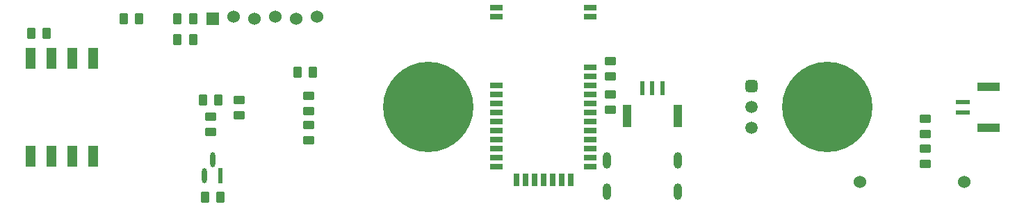
<source format=gbr>
%TF.GenerationSoftware,Altium Limited,Altium Designer,22.7.1 (60)*%
G04 Layer_Color=255*
%FSLAX43Y43*%
%MOMM*%
%TF.SameCoordinates,9191ECB2-230E-4BD1-81F0-C314D0E832B5*%
%TF.FilePolarity,Positive*%
%TF.FileFunction,Pads,Bot*%
%TF.Part,Single*%
G01*
G75*
%TA.AperFunction,SMDPad,CuDef*%
G04:AMPARAMS|DCode=10|XSize=1mm|YSize=1.42mm|CornerRadius=0.125mm|HoleSize=0mm|Usage=FLASHONLY|Rotation=180.000|XOffset=0mm|YOffset=0mm|HoleType=Round|Shape=RoundedRectangle|*
%AMROUNDEDRECTD10*
21,1,1.000,1.170,0,0,180.0*
21,1,0.750,1.420,0,0,180.0*
1,1,0.250,-0.375,0.585*
1,1,0.250,0.375,0.585*
1,1,0.250,0.375,-0.585*
1,1,0.250,-0.375,-0.585*
%
%ADD10ROUNDEDRECTD10*%
G04:AMPARAMS|DCode=17|XSize=1mm|YSize=1.42mm|CornerRadius=0.125mm|HoleSize=0mm|Usage=FLASHONLY|Rotation=270.000|XOffset=0mm|YOffset=0mm|HoleType=Round|Shape=RoundedRectangle|*
%AMROUNDEDRECTD17*
21,1,1.000,1.170,0,0,270.0*
21,1,0.750,1.420,0,0,270.0*
1,1,0.250,-0.585,-0.375*
1,1,0.250,-0.585,0.375*
1,1,0.250,0.585,0.375*
1,1,0.250,0.585,-0.375*
%
%ADD17ROUNDEDRECTD17*%
%ADD21R,0.600X1.700*%
%ADD22R,1.000X2.800*%
%TA.AperFunction,ComponentPad*%
%ADD34C,1.524*%
%ADD35O,1.000X2.000*%
%ADD36R,1.524X1.524*%
%ADD37C,1.500*%
G04:AMPARAMS|DCode=38|XSize=1.5mm|YSize=1.5mm|CornerRadius=0.375mm|HoleSize=0mm|Usage=FLASHONLY|Rotation=270.000|XOffset=0mm|YOffset=0mm|HoleType=Round|Shape=RoundedRectangle|*
%AMROUNDEDRECTD38*
21,1,1.500,0.750,0,0,270.0*
21,1,0.750,1.500,0,0,270.0*
1,1,0.750,-0.375,-0.375*
1,1,0.750,-0.375,0.375*
1,1,0.750,0.375,0.375*
1,1,0.750,0.375,-0.375*
%
%ADD38ROUNDEDRECTD38*%
%TA.AperFunction,ViaPad*%
%ADD39C,11.000*%
%TA.AperFunction,SMDPad,CuDef*%
%ADD42R,1.143X2.500*%
%ADD43R,2.700X1.000*%
%ADD44R,1.700X0.600*%
G04:AMPARAMS|DCode=45|XSize=1.824mm|YSize=0.618mm|CornerRadius=0.309mm|HoleSize=0mm|Usage=FLASHONLY|Rotation=90.000|XOffset=0mm|YOffset=0mm|HoleType=Round|Shape=RoundedRectangle|*
%AMROUNDEDRECTD45*
21,1,1.824,0.000,0,0,90.0*
21,1,1.206,0.618,0,0,90.0*
1,1,0.618,0.000,0.603*
1,1,0.618,0.000,-0.603*
1,1,0.618,0.000,-0.603*
1,1,0.618,0.000,0.603*
%
%ADD45ROUNDEDRECTD45*%
%ADD46R,0.618X1.824*%
%ADD47R,1.500X0.700*%
%ADD48R,0.700X1.500*%
D10*
X35900Y19228D02*
D03*
X34030D02*
D03*
X22780Y4000D02*
D03*
X24650D02*
D03*
X12905Y25787D02*
D03*
X14775D02*
D03*
X21325D02*
D03*
X19455D02*
D03*
Y23250D02*
D03*
X21325D02*
D03*
X22555Y15885D02*
D03*
X24425D02*
D03*
X1600Y24050D02*
D03*
X3470D02*
D03*
D17*
X110500Y13635D02*
D03*
Y11765D02*
D03*
Y9985D02*
D03*
Y8115D02*
D03*
X26975Y15875D02*
D03*
Y14005D02*
D03*
X35400Y14550D02*
D03*
Y16420D02*
D03*
Y10950D02*
D03*
Y12820D02*
D03*
X23500Y11955D02*
D03*
Y13825D02*
D03*
X72125Y16525D02*
D03*
Y14655D02*
D03*
Y18725D02*
D03*
Y20595D02*
D03*
D21*
X76025Y17325D02*
D03*
X77275D02*
D03*
X78525D02*
D03*
D22*
X74175Y13975D02*
D03*
X80375D02*
D03*
D34*
X102530Y5905D02*
D03*
X115230D02*
D03*
X28780Y25787D02*
D03*
X33860D02*
D03*
X26240Y26041D02*
D03*
X31320D02*
D03*
X36400D02*
D03*
D35*
X80345Y4692D02*
D03*
X71705D02*
D03*
X80345Y8492D02*
D03*
X71705D02*
D03*
D36*
X23700Y25787D02*
D03*
D37*
X89325Y12460D02*
D03*
Y15000D02*
D03*
D38*
Y17540D02*
D03*
D39*
X50000Y15000D02*
D03*
X98565D02*
D03*
D42*
X1590Y20970D02*
D03*
X4130D02*
D03*
X6670D02*
D03*
X9210D02*
D03*
Y9030D02*
D03*
X6670D02*
D03*
X4130D02*
D03*
X1590D02*
D03*
D43*
X118250Y17475D02*
D03*
Y12525D02*
D03*
D44*
X115050Y15625D02*
D03*
Y14375D02*
D03*
D45*
X23700Y8589D02*
D03*
X22750Y6668D02*
D03*
D46*
X24650D02*
D03*
D47*
X58250Y27125D02*
D03*
Y26025D02*
D03*
Y17625D02*
D03*
Y16525D02*
D03*
Y15425D02*
D03*
Y14325D02*
D03*
Y13225D02*
D03*
Y12125D02*
D03*
Y11025D02*
D03*
Y9925D02*
D03*
Y8825D02*
D03*
Y7725D02*
D03*
X69750D02*
D03*
Y8825D02*
D03*
Y9925D02*
D03*
Y11025D02*
D03*
Y12125D02*
D03*
Y13225D02*
D03*
Y14325D02*
D03*
Y15425D02*
D03*
Y16525D02*
D03*
Y17625D02*
D03*
Y18725D02*
D03*
Y19825D02*
D03*
Y26025D02*
D03*
Y27125D02*
D03*
D48*
X60700Y6175D02*
D03*
X61800D02*
D03*
X62900D02*
D03*
X64000D02*
D03*
X65100D02*
D03*
X66200D02*
D03*
X67300D02*
D03*
%TF.MD5,5585f02f36f05482eaaccda5d20badbb*%
M02*

</source>
